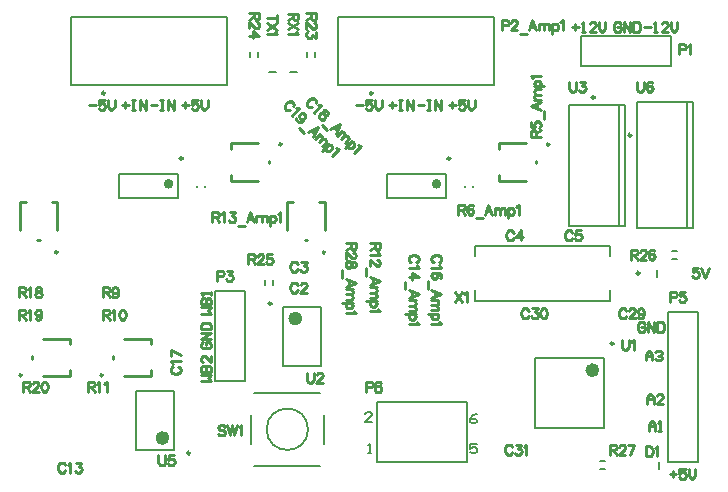
<source format=gto>
G04 Layer_Color=65535*
%FSLAX24Y24*%
%MOIN*%
G70*
G01*
G75*
%ADD29C,0.0100*%
%ADD57C,0.0098*%
%ADD58C,0.0236*%
%ADD59C,0.0050*%
%ADD60C,0.0157*%
%ADD61C,0.0079*%
%ADD62C,0.0080*%
D29*
X15936Y38806D02*
G03*
X15936Y38806I-39J0D01*
G01*
X23409Y42397D02*
G03*
X23409Y42397I-39J0D01*
G01*
X32333Y42397D02*
G03*
X32333Y42397I-39J0D01*
G01*
X14746Y34703D02*
G03*
X14746Y34703I-39J0D01*
G01*
X17446D02*
G03*
X17446Y34703I-39J0D01*
G01*
X24861Y38806D02*
G03*
X24861Y38806I-39J0D01*
G01*
X15739Y40460D02*
X15936D01*
Y39554D02*
Y40460D01*
X14676D02*
X14873D01*
X14676Y39554D02*
Y40460D01*
X15267Y39200D02*
X15346D01*
X21716Y42239D02*
Y42436D01*
X22621D01*
X21716Y41176D02*
Y41373D01*
Y41176D02*
X22621D01*
X22976Y41767D02*
Y41846D01*
X30640Y42239D02*
Y42436D01*
X31546D01*
X30640Y41176D02*
Y41373D01*
Y41176D02*
X31546D01*
X31900Y41767D02*
Y41846D01*
X16360Y34664D02*
Y34861D01*
X15454Y34664D02*
X16360D01*
Y35727D02*
Y35924D01*
X15454D02*
X16360D01*
X15100Y35254D02*
Y35333D01*
X19060Y34664D02*
Y34861D01*
X18154Y34664D02*
X19060D01*
Y35727D02*
Y35924D01*
X18154D02*
X19060D01*
X17800Y35254D02*
Y35333D01*
X24664Y40460D02*
X24861D01*
Y39554D02*
Y40460D01*
X23601D02*
X23798D01*
X23601Y39554D02*
Y40460D01*
X24191Y39200D02*
X24270D01*
X25885Y39100D02*
X25550D01*
X25885D02*
Y38957D01*
X25869Y38909D01*
X25853Y38893D01*
X25821Y38877D01*
X25789D01*
X25757Y38893D01*
X25741Y38909D01*
X25725Y38957D01*
Y39100D01*
Y38988D02*
X25550Y38877D01*
X25805Y38786D02*
X25821D01*
X25853Y38770D01*
X25869Y38754D01*
X25885Y38722D01*
Y38659D01*
X25869Y38627D01*
X25853Y38611D01*
X25821Y38595D01*
X25789D01*
X25757Y38611D01*
X25709Y38643D01*
X25550Y38802D01*
Y38579D01*
X25885Y38424D02*
X25869Y38472D01*
X25837Y38488D01*
X25805D01*
X25773Y38472D01*
X25757Y38440D01*
X25741Y38377D01*
X25725Y38329D01*
X25693Y38297D01*
X25662Y38281D01*
X25614D01*
X25582Y38297D01*
X25566Y38313D01*
X25550Y38361D01*
Y38424D01*
X25566Y38472D01*
X25582Y38488D01*
X25614Y38504D01*
X25662D01*
X25693Y38488D01*
X25725Y38456D01*
X25741Y38409D01*
X25757Y38345D01*
X25773Y38313D01*
X25805Y38297D01*
X25837D01*
X25869Y38313D01*
X25885Y38361D01*
Y38424D01*
X25438Y38206D02*
Y37951D01*
X25550Y37653D02*
X25885Y37781D01*
X25550Y37908D01*
X25662Y37860D02*
Y37701D01*
X25773Y37575D02*
X25550D01*
X25709D02*
X25757Y37527D01*
X25773Y37496D01*
Y37448D01*
X25757Y37416D01*
X25709Y37400D01*
X25550D01*
X25709D02*
X25757Y37352D01*
X25773Y37320D01*
Y37273D01*
X25757Y37241D01*
X25709Y37225D01*
X25550D01*
X25773Y37120D02*
X25438D01*
X25725D02*
X25757Y37088D01*
X25773Y37056D01*
Y37008D01*
X25757Y36976D01*
X25725Y36944D01*
X25677Y36928D01*
X25646D01*
X25598Y36944D01*
X25566Y36976D01*
X25550Y37008D01*
Y37056D01*
X25566Y37088D01*
X25598Y37120D01*
X25821Y36857D02*
X25837Y36825D01*
X25885Y36777D01*
X25550D01*
X34350Y32385D02*
Y32050D01*
Y32385D02*
X34493D01*
X34541Y32369D01*
X34557Y32353D01*
X34573Y32321D01*
Y32289D01*
X34557Y32257D01*
X34541Y32241D01*
X34493Y32225D01*
X34350D01*
X34462D02*
X34573Y32050D01*
X34664Y32305D02*
Y32321D01*
X34680Y32353D01*
X34696Y32369D01*
X34728Y32385D01*
X34791D01*
X34823Y32369D01*
X34839Y32353D01*
X34855Y32321D01*
Y32289D01*
X34839Y32257D01*
X34807Y32209D01*
X34648Y32050D01*
X34871D01*
X35169Y32385D02*
X35010Y32050D01*
X34946Y32385D02*
X35169D01*
X35050Y38885D02*
Y38550D01*
Y38885D02*
X35193D01*
X35241Y38869D01*
X35257Y38853D01*
X35273Y38821D01*
Y38789D01*
X35257Y38757D01*
X35241Y38741D01*
X35193Y38725D01*
X35050D01*
X35162D02*
X35273Y38550D01*
X35364Y38805D02*
Y38821D01*
X35380Y38853D01*
X35396Y38869D01*
X35428Y38885D01*
X35491D01*
X35523Y38869D01*
X35539Y38853D01*
X35555Y38821D01*
Y38789D01*
X35539Y38757D01*
X35507Y38709D01*
X35348Y38550D01*
X35571D01*
X35837Y38837D02*
X35821Y38869D01*
X35773Y38885D01*
X35741D01*
X35694Y38869D01*
X35662Y38821D01*
X35646Y38741D01*
Y38662D01*
X35662Y38598D01*
X35694Y38566D01*
X35741Y38550D01*
X35757D01*
X35805Y38566D01*
X35837Y38598D01*
X35853Y38646D01*
Y38662D01*
X35837Y38709D01*
X35805Y38741D01*
X35757Y38757D01*
X35741D01*
X35694Y38741D01*
X35662Y38709D01*
X35646Y38662D01*
X22300Y38735D02*
Y38400D01*
Y38735D02*
X22443D01*
X22491Y38719D01*
X22507Y38703D01*
X22523Y38671D01*
Y38639D01*
X22507Y38607D01*
X22491Y38591D01*
X22443Y38575D01*
X22300D01*
X22412D02*
X22523Y38400D01*
X22614Y38655D02*
Y38671D01*
X22630Y38703D01*
X22646Y38719D01*
X22678Y38735D01*
X22741D01*
X22773Y38719D01*
X22789Y38703D01*
X22805Y38671D01*
Y38639D01*
X22789Y38607D01*
X22757Y38559D01*
X22598Y38400D01*
X22821D01*
X23087Y38735D02*
X22928D01*
X22912Y38591D01*
X22928Y38607D01*
X22976Y38623D01*
X23023D01*
X23071Y38607D01*
X23103Y38575D01*
X23119Y38527D01*
Y38496D01*
X23103Y38448D01*
X23071Y38416D01*
X23023Y38400D01*
X22976D01*
X22928Y38416D01*
X22912Y38432D01*
X22896Y38464D01*
X21100Y40135D02*
Y39800D01*
Y40135D02*
X21243D01*
X21291Y40119D01*
X21307Y40103D01*
X21323Y40071D01*
Y40039D01*
X21307Y40007D01*
X21291Y39991D01*
X21243Y39975D01*
X21100D01*
X21212D02*
X21323Y39800D01*
X21398Y40071D02*
X21430Y40087D01*
X21478Y40135D01*
Y39800D01*
X21675Y40135D02*
X21850D01*
X21755Y40007D01*
X21803D01*
X21834Y39991D01*
X21850Y39975D01*
X21866Y39927D01*
Y39896D01*
X21850Y39848D01*
X21819Y39816D01*
X21771Y39800D01*
X21723D01*
X21675Y39816D01*
X21659Y39832D01*
X21643Y39864D01*
X21941Y39688D02*
X22196D01*
X22494Y39800D02*
X22367Y40135D01*
X22239Y39800D01*
X22287Y39912D02*
X22446D01*
X22572Y40023D02*
Y39800D01*
Y39959D02*
X22620Y40007D01*
X22652Y40023D01*
X22700D01*
X22731Y40007D01*
X22747Y39959D01*
Y39800D01*
Y39959D02*
X22795Y40007D01*
X22827Y40023D01*
X22875D01*
X22907Y40007D01*
X22923Y39959D01*
Y39800D01*
X23028Y40023D02*
Y39688D01*
Y39975D02*
X23060Y40007D01*
X23092Y40023D01*
X23139D01*
X23171Y40007D01*
X23203Y39975D01*
X23219Y39927D01*
Y39896D01*
X23203Y39848D01*
X23171Y39816D01*
X23139Y39800D01*
X23092D01*
X23060Y39816D01*
X23028Y39848D01*
X23291Y40071D02*
X23323Y40087D01*
X23370Y40135D01*
Y39800D01*
X26685Y39100D02*
X26350D01*
X26685D02*
Y38957D01*
X26669Y38909D01*
X26653Y38893D01*
X26621Y38877D01*
X26589D01*
X26557Y38893D01*
X26541Y38909D01*
X26525Y38957D01*
Y39100D01*
Y38988D02*
X26350Y38877D01*
X26621Y38802D02*
X26637Y38770D01*
X26685Y38722D01*
X26350D01*
X26605Y38541D02*
X26621D01*
X26653Y38525D01*
X26669Y38509D01*
X26685Y38477D01*
Y38413D01*
X26669Y38381D01*
X26653Y38366D01*
X26621Y38350D01*
X26589D01*
X26557Y38366D01*
X26509Y38397D01*
X26350Y38557D01*
Y38334D01*
X26238Y38259D02*
Y38004D01*
X26350Y37706D02*
X26685Y37833D01*
X26350Y37961D01*
X26462Y37913D02*
Y37754D01*
X26573Y37628D02*
X26350D01*
X26509D02*
X26557Y37580D01*
X26573Y37548D01*
Y37500D01*
X26557Y37469D01*
X26509Y37453D01*
X26350D01*
X26509D02*
X26557Y37405D01*
X26573Y37373D01*
Y37325D01*
X26557Y37293D01*
X26509Y37277D01*
X26350D01*
X26573Y37172D02*
X26238D01*
X26525D02*
X26557Y37140D01*
X26573Y37108D01*
Y37061D01*
X26557Y37029D01*
X26525Y36997D01*
X26477Y36981D01*
X26446D01*
X26398Y36997D01*
X26366Y37029D01*
X26350Y37061D01*
Y37108D01*
X26366Y37140D01*
X26398Y37172D01*
X26621Y36909D02*
X26637Y36877D01*
X26685Y36830D01*
X26350D01*
X29300Y40385D02*
Y40050D01*
Y40385D02*
X29443D01*
X29491Y40369D01*
X29507Y40353D01*
X29523Y40321D01*
Y40289D01*
X29507Y40257D01*
X29491Y40241D01*
X29443Y40225D01*
X29300D01*
X29412D02*
X29523Y40050D01*
X29789Y40337D02*
X29773Y40369D01*
X29725Y40385D01*
X29694D01*
X29646Y40369D01*
X29614Y40321D01*
X29598Y40241D01*
Y40162D01*
X29614Y40098D01*
X29646Y40066D01*
X29694Y40050D01*
X29709D01*
X29757Y40066D01*
X29789Y40098D01*
X29805Y40146D01*
Y40162D01*
X29789Y40209D01*
X29757Y40241D01*
X29709Y40257D01*
X29694D01*
X29646Y40241D01*
X29614Y40209D01*
X29598Y40162D01*
X29878Y39938D02*
X30133D01*
X30431Y40050D02*
X30304Y40385D01*
X30176Y40050D01*
X30224Y40162D02*
X30383D01*
X30509Y40273D02*
Y40050D01*
Y40209D02*
X30557Y40257D01*
X30589Y40273D01*
X30637D01*
X30669Y40257D01*
X30685Y40209D01*
Y40050D01*
Y40209D02*
X30732Y40257D01*
X30764Y40273D01*
X30812D01*
X30844Y40257D01*
X30860Y40209D01*
Y40050D01*
X30965Y40273D02*
Y39938D01*
Y40225D02*
X30997Y40257D01*
X31029Y40273D01*
X31076D01*
X31108Y40257D01*
X31140Y40225D01*
X31156Y40177D01*
Y40146D01*
X31140Y40098D01*
X31108Y40066D01*
X31076Y40050D01*
X31029D01*
X30997Y40066D01*
X30965Y40098D01*
X31228Y40321D02*
X31260Y40337D01*
X31307Y40385D01*
Y40050D01*
X31715Y42650D02*
X32050D01*
X31715D02*
Y42793D01*
X31731Y42841D01*
X31747Y42857D01*
X31779Y42873D01*
X31811D01*
X31843Y42857D01*
X31859Y42841D01*
X31875Y42793D01*
Y42650D01*
Y42762D02*
X32050Y42873D01*
X31715Y43139D02*
Y42980D01*
X31859Y42964D01*
X31843Y42980D01*
X31827Y43028D01*
Y43075D01*
X31843Y43123D01*
X31875Y43155D01*
X31923Y43171D01*
X31954D01*
X32002Y43155D01*
X32034Y43123D01*
X32050Y43075D01*
Y43028D01*
X32034Y42980D01*
X32018Y42964D01*
X31986Y42948D01*
X32162Y43246D02*
Y43501D01*
X32050Y43799D02*
X31715Y43671D01*
X32050Y43544D01*
X31938Y43592D02*
Y43751D01*
X31827Y43877D02*
X32050D01*
X31891D02*
X31843Y43925D01*
X31827Y43956D01*
Y44004D01*
X31843Y44036D01*
X31891Y44052D01*
X32050D01*
X31891D02*
X31843Y44100D01*
X31827Y44132D01*
Y44180D01*
X31843Y44211D01*
X31891Y44227D01*
X32050D01*
X31827Y44332D02*
X32162D01*
X31875D02*
X31843Y44364D01*
X31827Y44396D01*
Y44444D01*
X31843Y44476D01*
X31875Y44508D01*
X31923Y44524D01*
X31954D01*
X32002Y44508D01*
X32034Y44476D01*
X32050Y44444D01*
Y44396D01*
X32034Y44364D01*
X32002Y44332D01*
X31779Y44595D02*
X31763Y44627D01*
X31715Y44675D01*
X32050D01*
X26220Y34299D02*
X26363D01*
X26411Y34315D01*
X26427Y34331D01*
X26443Y34363D01*
Y34411D01*
X26427Y34443D01*
X26411Y34459D01*
X26363Y34475D01*
X26220D01*
Y34140D01*
X26709Y34427D02*
X26693Y34459D01*
X26645Y34475D01*
X26614D01*
X26566Y34459D01*
X26534Y34411D01*
X26518Y34331D01*
Y34252D01*
X26534Y34188D01*
X26566Y34156D01*
X26614Y34140D01*
X26629D01*
X26677Y34156D01*
X26709Y34188D01*
X26725Y34236D01*
Y34252D01*
X26709Y34299D01*
X26677Y34331D01*
X26629Y34347D01*
X26614D01*
X26566Y34331D01*
X26534Y34299D01*
X26518Y34252D01*
X36360Y37299D02*
X36503D01*
X36551Y37315D01*
X36567Y37331D01*
X36583Y37363D01*
Y37411D01*
X36567Y37443D01*
X36551Y37459D01*
X36503Y37475D01*
X36360D01*
Y37140D01*
X36849Y37475D02*
X36690D01*
X36674Y37331D01*
X36690Y37347D01*
X36738Y37363D01*
X36785D01*
X36833Y37347D01*
X36865Y37315D01*
X36881Y37267D01*
Y37236D01*
X36865Y37188D01*
X36833Y37156D01*
X36785Y37140D01*
X36738D01*
X36690Y37156D01*
X36674Y37172D01*
X36658Y37204D01*
X30750Y46359D02*
X30893D01*
X30941Y46375D01*
X30957Y46391D01*
X30973Y46423D01*
Y46471D01*
X30957Y46503D01*
X30941Y46519D01*
X30893Y46535D01*
X30750D01*
Y46200D01*
X31064Y46455D02*
Y46471D01*
X31080Y46503D01*
X31096Y46519D01*
X31128Y46535D01*
X31191D01*
X31223Y46519D01*
X31239Y46503D01*
X31255Y46471D01*
Y46439D01*
X31239Y46407D01*
X31207Y46359D01*
X31048Y46200D01*
X31271D01*
X31346Y46088D02*
X31601D01*
X31899Y46200D02*
X31771Y46535D01*
X31644Y46200D01*
X31692Y46312D02*
X31851D01*
X31977Y46423D02*
Y46200D01*
Y46359D02*
X32025Y46407D01*
X32056Y46423D01*
X32104D01*
X32136Y46407D01*
X32152Y46359D01*
Y46200D01*
Y46359D02*
X32200Y46407D01*
X32232Y46423D01*
X32280D01*
X32311Y46407D01*
X32327Y46359D01*
Y46200D01*
X32432Y46423D02*
Y46088D01*
Y46375D02*
X32464Y46407D01*
X32496Y46423D01*
X32544D01*
X32576Y46407D01*
X32608Y46375D01*
X32624Y46327D01*
Y46296D01*
X32608Y46248D01*
X32576Y46216D01*
X32544Y46200D01*
X32496D01*
X32464Y46216D01*
X32432Y46248D01*
X32695Y46471D02*
X32727Y46487D01*
X32775Y46535D01*
Y46200D01*
X35550Y32335D02*
Y32000D01*
Y32335D02*
X35662D01*
X35709Y32319D01*
X35741Y32287D01*
X35757Y32255D01*
X35773Y32207D01*
Y32127D01*
X35757Y32080D01*
X35741Y32048D01*
X35709Y32016D01*
X35662Y32000D01*
X35550D01*
X35848Y32271D02*
X35880Y32287D01*
X35928Y32335D01*
Y32000D01*
X31089Y32305D02*
X31073Y32337D01*
X31041Y32369D01*
X31009Y32385D01*
X30946D01*
X30914Y32369D01*
X30882Y32337D01*
X30866Y32305D01*
X30850Y32257D01*
Y32177D01*
X30866Y32130D01*
X30882Y32098D01*
X30914Y32066D01*
X30946Y32050D01*
X31009D01*
X31041Y32066D01*
X31073Y32098D01*
X31089Y32130D01*
X31215Y32385D02*
X31390D01*
X31295Y32257D01*
X31342D01*
X31374Y32241D01*
X31390Y32225D01*
X31406Y32177D01*
Y32146D01*
X31390Y32098D01*
X31358Y32066D01*
X31310Y32050D01*
X31263D01*
X31215Y32066D01*
X31199Y32082D01*
X31183Y32114D01*
X31481Y32321D02*
X31513Y32337D01*
X31561Y32385D01*
Y32050D01*
X31639Y36855D02*
X31623Y36887D01*
X31591Y36919D01*
X31559Y36935D01*
X31496D01*
X31464Y36919D01*
X31432Y36887D01*
X31416Y36855D01*
X31400Y36807D01*
Y36727D01*
X31416Y36680D01*
X31432Y36648D01*
X31464Y36616D01*
X31496Y36600D01*
X31559D01*
X31591Y36616D01*
X31623Y36648D01*
X31639Y36680D01*
X31765Y36935D02*
X31940D01*
X31845Y36807D01*
X31892D01*
X31924Y36791D01*
X31940Y36775D01*
X31956Y36727D01*
Y36696D01*
X31940Y36648D01*
X31908Y36616D01*
X31860Y36600D01*
X31813D01*
X31765Y36616D01*
X31749Y36632D01*
X31733Y36664D01*
X32127Y36935D02*
X32079Y36919D01*
X32047Y36871D01*
X32031Y36791D01*
Y36743D01*
X32047Y36664D01*
X32079Y36616D01*
X32127Y36600D01*
X32158D01*
X32206Y36616D01*
X32238Y36664D01*
X32254Y36743D01*
Y36791D01*
X32238Y36871D01*
X32206Y36919D01*
X32158Y36935D01*
X32127D01*
X34889Y36855D02*
X34873Y36887D01*
X34841Y36919D01*
X34809Y36935D01*
X34746D01*
X34714Y36919D01*
X34682Y36887D01*
X34666Y36855D01*
X34650Y36807D01*
Y36727D01*
X34666Y36680D01*
X34682Y36648D01*
X34714Y36616D01*
X34746Y36600D01*
X34809D01*
X34841Y36616D01*
X34873Y36648D01*
X34889Y36680D01*
X34999Y36855D02*
Y36871D01*
X35015Y36903D01*
X35031Y36919D01*
X35063Y36935D01*
X35126D01*
X35158Y36919D01*
X35174Y36903D01*
X35190Y36871D01*
Y36839D01*
X35174Y36807D01*
X35142Y36759D01*
X34983Y36600D01*
X35206D01*
X35488Y36823D02*
X35472Y36775D01*
X35440Y36743D01*
X35392Y36727D01*
X35377D01*
X35329Y36743D01*
X35297Y36775D01*
X35281Y36823D01*
Y36839D01*
X35297Y36887D01*
X35329Y36919D01*
X35377Y36935D01*
X35392D01*
X35440Y36919D01*
X35472Y36887D01*
X35488Y36823D01*
Y36743D01*
X35472Y36664D01*
X35440Y36616D01*
X35392Y36600D01*
X35361D01*
X35313Y36616D01*
X35297Y36648D01*
X37291Y38285D02*
X37132D01*
X37116Y38141D01*
X37132Y38157D01*
X37180Y38173D01*
X37227D01*
X37275Y38157D01*
X37307Y38125D01*
X37323Y38077D01*
Y38046D01*
X37307Y37998D01*
X37275Y37966D01*
X37227Y37950D01*
X37180D01*
X37132Y37966D01*
X37116Y37982D01*
X37100Y38014D01*
X37398Y38285D02*
X37525Y37950D01*
X37653Y38285D02*
X37525Y37950D01*
X29200Y37485D02*
X29423Y37150D01*
Y37485D02*
X29200Y37150D01*
X29498Y37421D02*
X29530Y37437D01*
X29578Y37485D01*
Y37150D01*
X35250Y44485D02*
Y44246D01*
X35266Y44198D01*
X35298Y44166D01*
X35346Y44150D01*
X35377D01*
X35425Y44166D01*
X35457Y44198D01*
X35473Y44246D01*
Y44485D01*
X35757Y44437D02*
X35741Y44469D01*
X35693Y44485D01*
X35661D01*
X35613Y44469D01*
X35581Y44421D01*
X35565Y44341D01*
Y44262D01*
X35581Y44198D01*
X35613Y44166D01*
X35661Y44150D01*
X35677D01*
X35725Y44166D01*
X35757Y44198D01*
X35773Y44246D01*
Y44262D01*
X35757Y44309D01*
X35725Y44341D01*
X35677Y44357D01*
X35661D01*
X35613Y44341D01*
X35581Y44309D01*
X35565Y44262D01*
X19300Y32035D02*
Y31796D01*
X19316Y31748D01*
X19348Y31716D01*
X19396Y31700D01*
X19427D01*
X19475Y31716D01*
X19507Y31748D01*
X19523Y31796D01*
Y32035D01*
X19807D02*
X19647D01*
X19631Y31891D01*
X19647Y31907D01*
X19695Y31923D01*
X19743D01*
X19791Y31907D01*
X19823Y31875D01*
X19839Y31827D01*
Y31796D01*
X19823Y31748D01*
X19791Y31716D01*
X19743Y31700D01*
X19695D01*
X19647Y31716D01*
X19631Y31732D01*
X19615Y31764D01*
X23265Y46598D02*
X22930D01*
X23265Y46710D02*
Y46487D01*
Y46447D02*
X22930Y46224D01*
X23265D02*
X22930Y46447D01*
X23201Y46149D02*
X23217Y46117D01*
X23265Y46070D01*
X22930D01*
X21523Y32987D02*
X21491Y33019D01*
X21443Y33035D01*
X21380D01*
X21332Y33019D01*
X21300Y32987D01*
Y32955D01*
X21316Y32923D01*
X21332Y32907D01*
X21364Y32891D01*
X21459Y32859D01*
X21491Y32843D01*
X21507Y32827D01*
X21523Y32796D01*
Y32748D01*
X21491Y32716D01*
X21443Y32700D01*
X21380D01*
X21332Y32716D01*
X21300Y32748D01*
X21598Y33035D02*
X21678Y32700D01*
X21757Y33035D02*
X21678Y32700D01*
X21757Y33035D02*
X21837Y32700D01*
X21917Y33035D02*
X21837Y32700D01*
X21983Y32971D02*
X22015Y32987D01*
X22063Y33035D01*
Y32700D01*
X23965Y46750D02*
X23630D01*
X23965D02*
Y46607D01*
X23949Y46559D01*
X23933Y46543D01*
X23901Y46527D01*
X23869D01*
X23837Y46543D01*
X23821Y46559D01*
X23805Y46607D01*
Y46750D01*
Y46638D02*
X23630Y46527D01*
X23965Y46452D02*
X23630Y46229D01*
X23965D02*
X23630Y46452D01*
X23901Y46154D02*
X23917Y46122D01*
X23965Y46074D01*
X23630D01*
X22665Y46780D02*
X22330D01*
X22665D02*
Y46637D01*
X22649Y46589D01*
X22633Y46573D01*
X22601Y46557D01*
X22569D01*
X22537Y46573D01*
X22521Y46589D01*
X22505Y46637D01*
Y46780D01*
Y46668D02*
X22330Y46557D01*
X22585Y46466D02*
X22601D01*
X22633Y46450D01*
X22649Y46434D01*
X22665Y46402D01*
Y46339D01*
X22649Y46307D01*
X22633Y46291D01*
X22601Y46275D01*
X22569D01*
X22537Y46291D01*
X22489Y46323D01*
X22330Y46482D01*
Y46259D01*
X22665Y46025D02*
X22442Y46184D01*
Y45945D01*
X22665Y46025D02*
X22330D01*
X24565Y46760D02*
X24230D01*
X24565D02*
Y46617D01*
X24549Y46569D01*
X24533Y46553D01*
X24501Y46537D01*
X24469D01*
X24437Y46553D01*
X24421Y46569D01*
X24405Y46617D01*
Y46760D01*
Y46648D02*
X24230Y46537D01*
X24485Y46446D02*
X24501D01*
X24533Y46430D01*
X24549Y46414D01*
X24565Y46382D01*
Y46319D01*
X24549Y46287D01*
X24533Y46271D01*
X24501Y46255D01*
X24469D01*
X24437Y46271D01*
X24389Y46303D01*
X24230Y46462D01*
Y46239D01*
X24565Y46132D02*
Y45957D01*
X24437Y46053D01*
Y46005D01*
X24421Y45973D01*
X24405Y45957D01*
X24357Y45941D01*
X24326D01*
X24278Y45957D01*
X24246Y45989D01*
X24230Y46037D01*
Y46084D01*
X24246Y46132D01*
X24262Y46148D01*
X24294Y46164D01*
X14800Y34485D02*
Y34150D01*
Y34485D02*
X14943D01*
X14991Y34469D01*
X15007Y34453D01*
X15023Y34421D01*
Y34389D01*
X15007Y34357D01*
X14991Y34341D01*
X14943Y34325D01*
X14800D01*
X14912D02*
X15023Y34150D01*
X15114Y34405D02*
Y34421D01*
X15130Y34453D01*
X15146Y34469D01*
X15178Y34485D01*
X15241D01*
X15273Y34469D01*
X15289Y34453D01*
X15305Y34421D01*
Y34389D01*
X15289Y34357D01*
X15257Y34309D01*
X15098Y34150D01*
X15321D01*
X15491Y34485D02*
X15444Y34469D01*
X15412Y34421D01*
X15396Y34341D01*
Y34293D01*
X15412Y34214D01*
X15444Y34166D01*
X15491Y34150D01*
X15523D01*
X15571Y34166D01*
X15603Y34214D01*
X15619Y34293D01*
Y34341D01*
X15603Y34421D01*
X15571Y34469D01*
X15523Y34485D01*
X15491D01*
X14650Y36885D02*
Y36550D01*
Y36885D02*
X14793D01*
X14841Y36869D01*
X14857Y36853D01*
X14873Y36821D01*
Y36789D01*
X14857Y36757D01*
X14841Y36741D01*
X14793Y36725D01*
X14650D01*
X14762D02*
X14873Y36550D01*
X14948Y36821D02*
X14980Y36837D01*
X15028Y36885D01*
Y36550D01*
X15400Y36773D02*
X15384Y36725D01*
X15353Y36693D01*
X15305Y36677D01*
X15289D01*
X15241Y36693D01*
X15209Y36725D01*
X15193Y36773D01*
Y36789D01*
X15209Y36837D01*
X15241Y36869D01*
X15289Y36885D01*
X15305D01*
X15353Y36869D01*
X15384Y36837D01*
X15400Y36773D01*
Y36693D01*
X15384Y36614D01*
X15353Y36566D01*
X15305Y36550D01*
X15273D01*
X15225Y36566D01*
X15209Y36598D01*
X19795Y34989D02*
X19763Y34973D01*
X19731Y34941D01*
X19715Y34909D01*
Y34846D01*
X19731Y34814D01*
X19763Y34782D01*
X19795Y34766D01*
X19843Y34750D01*
X19923D01*
X19970Y34766D01*
X20002Y34782D01*
X20034Y34814D01*
X20050Y34846D01*
Y34909D01*
X20034Y34941D01*
X20002Y34973D01*
X19970Y34989D01*
X19779Y35083D02*
X19763Y35115D01*
X19715Y35163D01*
X20050D01*
X19715Y35551D02*
X20050Y35392D01*
X19715Y35328D02*
Y35551D01*
X23939Y37705D02*
X23923Y37737D01*
X23891Y37769D01*
X23859Y37785D01*
X23796D01*
X23764Y37769D01*
X23732Y37737D01*
X23716Y37705D01*
X23700Y37657D01*
Y37577D01*
X23716Y37530D01*
X23732Y37498D01*
X23764Y37466D01*
X23796Y37450D01*
X23859D01*
X23891Y37466D01*
X23923Y37498D01*
X23939Y37530D01*
X24049Y37705D02*
Y37721D01*
X24065Y37753D01*
X24081Y37769D01*
X24113Y37785D01*
X24176D01*
X24208Y37769D01*
X24224Y37753D01*
X24240Y37721D01*
Y37689D01*
X24224Y37657D01*
X24192Y37609D01*
X24033Y37450D01*
X24256D01*
X23939Y38405D02*
X23923Y38437D01*
X23891Y38469D01*
X23859Y38485D01*
X23796D01*
X23764Y38469D01*
X23732Y38437D01*
X23716Y38405D01*
X23700Y38357D01*
Y38277D01*
X23716Y38230D01*
X23732Y38198D01*
X23764Y38166D01*
X23796Y38150D01*
X23859D01*
X23891Y38166D01*
X23923Y38198D01*
X23939Y38230D01*
X24065Y38485D02*
X24240D01*
X24145Y38357D01*
X24192D01*
X24224Y38341D01*
X24240Y38325D01*
X24256Y38277D01*
Y38246D01*
X24240Y38198D01*
X24208Y38166D01*
X24160Y38150D01*
X24113D01*
X24065Y38166D01*
X24049Y38182D01*
X24033Y38214D01*
X31139Y39455D02*
X31123Y39487D01*
X31091Y39519D01*
X31059Y39535D01*
X30996D01*
X30964Y39519D01*
X30932Y39487D01*
X30916Y39455D01*
X30900Y39407D01*
Y39327D01*
X30916Y39280D01*
X30932Y39248D01*
X30964Y39216D01*
X30996Y39200D01*
X31059D01*
X31091Y39216D01*
X31123Y39248D01*
X31139Y39280D01*
X31392Y39535D02*
X31233Y39312D01*
X31472D01*
X31392Y39535D02*
Y39200D01*
X33089Y39455D02*
X33073Y39487D01*
X33041Y39519D01*
X33009Y39535D01*
X32946D01*
X32914Y39519D01*
X32882Y39487D01*
X32866Y39455D01*
X32850Y39407D01*
Y39327D01*
X32866Y39280D01*
X32882Y39248D01*
X32914Y39216D01*
X32946Y39200D01*
X33009D01*
X33041Y39216D01*
X33073Y39248D01*
X33089Y39280D01*
X33374Y39535D02*
X33215D01*
X33199Y39391D01*
X33215Y39407D01*
X33263Y39423D01*
X33310D01*
X33358Y39407D01*
X33390Y39375D01*
X33406Y39327D01*
Y39296D01*
X33390Y39248D01*
X33358Y39216D01*
X33310Y39200D01*
X33263D01*
X33215Y39216D01*
X33199Y39232D01*
X33183Y39264D01*
X16189Y31705D02*
X16173Y31737D01*
X16141Y31769D01*
X16109Y31785D01*
X16046D01*
X16014Y31769D01*
X15982Y31737D01*
X15966Y31705D01*
X15950Y31657D01*
Y31577D01*
X15966Y31530D01*
X15982Y31498D01*
X16014Y31466D01*
X16046Y31450D01*
X16109D01*
X16141Y31466D01*
X16173Y31498D01*
X16189Y31530D01*
X16283Y31721D02*
X16315Y31737D01*
X16363Y31785D01*
Y31450D01*
X16560Y31785D02*
X16735D01*
X16640Y31657D01*
X16688D01*
X16720Y31641D01*
X16735Y31625D01*
X16751Y31577D01*
Y31546D01*
X16735Y31498D01*
X16704Y31466D01*
X16656Y31450D01*
X16608D01*
X16560Y31466D01*
X16544Y31482D01*
X16528Y31514D01*
X36650Y45559D02*
X36793D01*
X36841Y45575D01*
X36857Y45591D01*
X36873Y45623D01*
Y45671D01*
X36857Y45703D01*
X36841Y45719D01*
X36793Y45735D01*
X36650D01*
Y45400D01*
X36948Y45671D02*
X36980Y45687D01*
X37028Y45735D01*
Y45400D01*
X21260Y37999D02*
X21403D01*
X21451Y38015D01*
X21467Y38031D01*
X21483Y38063D01*
Y38111D01*
X21467Y38143D01*
X21451Y38159D01*
X21403Y38175D01*
X21260D01*
Y37840D01*
X21590Y38175D02*
X21765D01*
X21669Y38047D01*
X21717D01*
X21749Y38031D01*
X21765Y38015D01*
X21781Y37967D01*
Y37936D01*
X21765Y37888D01*
X21733Y37856D01*
X21685Y37840D01*
X21638D01*
X21590Y37856D01*
X21574Y37872D01*
X21558Y37904D01*
X17450Y37635D02*
Y37300D01*
Y37635D02*
X17593D01*
X17641Y37619D01*
X17657Y37603D01*
X17673Y37571D01*
Y37539D01*
X17657Y37507D01*
X17641Y37491D01*
X17593Y37475D01*
X17450D01*
X17562D02*
X17673Y37300D01*
X17955Y37523D02*
X17939Y37475D01*
X17907Y37443D01*
X17859Y37427D01*
X17844D01*
X17796Y37443D01*
X17764Y37475D01*
X17748Y37523D01*
Y37539D01*
X17764Y37587D01*
X17796Y37619D01*
X17844Y37635D01*
X17859D01*
X17907Y37619D01*
X17939Y37587D01*
X17955Y37523D01*
Y37443D01*
X17939Y37364D01*
X17907Y37316D01*
X17859Y37300D01*
X17828D01*
X17780Y37316D01*
X17764Y37348D01*
X17450Y36885D02*
Y36550D01*
Y36885D02*
X17593D01*
X17641Y36869D01*
X17657Y36853D01*
X17673Y36821D01*
Y36789D01*
X17657Y36757D01*
X17641Y36741D01*
X17593Y36725D01*
X17450D01*
X17562D02*
X17673Y36550D01*
X17748Y36821D02*
X17780Y36837D01*
X17828Y36885D01*
Y36550D01*
X18089Y36885D02*
X18041Y36869D01*
X18009Y36821D01*
X17993Y36741D01*
Y36693D01*
X18009Y36614D01*
X18041Y36566D01*
X18089Y36550D01*
X18121D01*
X18169Y36566D01*
X18200Y36614D01*
X18216Y36693D01*
Y36741D01*
X18200Y36821D01*
X18169Y36869D01*
X18121Y36885D01*
X18089D01*
X34750Y35885D02*
Y35646D01*
X34766Y35598D01*
X34798Y35566D01*
X34846Y35550D01*
X34877D01*
X34925Y35566D01*
X34957Y35598D01*
X34973Y35646D01*
Y35885D01*
X35065Y35821D02*
X35097Y35837D01*
X35145Y35885D01*
Y35550D01*
X24250Y34785D02*
Y34546D01*
X24266Y34498D01*
X24298Y34466D01*
X24346Y34450D01*
X24377D01*
X24425Y34466D01*
X24457Y34498D01*
X24473Y34546D01*
Y34785D01*
X24581Y34705D02*
Y34721D01*
X24597Y34753D01*
X24613Y34769D01*
X24645Y34785D01*
X24709D01*
X24741Y34769D01*
X24757Y34753D01*
X24773Y34721D01*
Y34689D01*
X24757Y34657D01*
X24725Y34609D01*
X24565Y34450D01*
X24789D01*
X33000Y44485D02*
Y44246D01*
X33016Y44198D01*
X33048Y44166D01*
X33096Y44150D01*
X33127D01*
X33175Y44166D01*
X33207Y44198D01*
X33223Y44246D01*
Y44485D01*
X33347D02*
X33523D01*
X33427Y44357D01*
X33475D01*
X33507Y44341D01*
X33523Y44325D01*
X33539Y44277D01*
Y44246D01*
X33523Y44198D01*
X33491Y44166D01*
X33443Y44150D01*
X33395D01*
X33347Y44166D01*
X33331Y44182D01*
X33315Y44214D01*
X16950Y34485D02*
Y34150D01*
Y34485D02*
X17093D01*
X17141Y34469D01*
X17157Y34453D01*
X17173Y34421D01*
Y34389D01*
X17157Y34357D01*
X17141Y34341D01*
X17093Y34325D01*
X16950D01*
X17062D02*
X17173Y34150D01*
X17248Y34421D02*
X17280Y34437D01*
X17328Y34485D01*
Y34150D01*
X17493Y34421D02*
X17525Y34437D01*
X17573Y34485D01*
Y34150D01*
X14650Y37635D02*
Y37300D01*
Y37635D02*
X14793D01*
X14841Y37619D01*
X14857Y37603D01*
X14873Y37571D01*
Y37539D01*
X14857Y37507D01*
X14841Y37491D01*
X14793Y37475D01*
X14650D01*
X14762D02*
X14873Y37300D01*
X14948Y37571D02*
X14980Y37587D01*
X15028Y37635D01*
Y37300D01*
X15273Y37635D02*
X15225Y37619D01*
X15209Y37587D01*
Y37555D01*
X15225Y37523D01*
X15257Y37507D01*
X15321Y37491D01*
X15369Y37475D01*
X15400Y37443D01*
X15416Y37412D01*
Y37364D01*
X15400Y37332D01*
X15384Y37316D01*
X15337Y37300D01*
X15273D01*
X15225Y37316D01*
X15209Y37332D01*
X15193Y37364D01*
Y37412D01*
X15209Y37443D01*
X15241Y37475D01*
X15289Y37491D01*
X15353Y37507D01*
X15384Y37523D01*
X15400Y37555D01*
Y37587D01*
X15384Y37619D01*
X15337Y37635D01*
X15273D01*
X23799Y43661D02*
X23811Y43695D01*
X23811Y43740D01*
X23799Y43774D01*
X23754Y43819D01*
X23720Y43830D01*
X23675Y43830D01*
X23642Y43819D01*
X23596Y43796D01*
X23540Y43740D01*
X23518Y43695D01*
X23506Y43661D01*
X23506Y43616D01*
X23518Y43582D01*
X23563Y43537D01*
X23596Y43526D01*
X23642Y43526D01*
X23675Y43537D01*
X23877Y43606D02*
X23911Y43595D01*
X23978Y43595D01*
X23742Y43358D01*
X24163Y43252D02*
X24118Y43230D01*
X24073Y43230D01*
X24028Y43252D01*
X24017Y43264D01*
X23994Y43309D01*
X23994Y43354D01*
X24017Y43399D01*
X24028Y43410D01*
X24073Y43433D01*
X24118D01*
X24163Y43410D01*
X24174Y43399D01*
X24197Y43354D01*
Y43309D01*
X24163Y43252D01*
X24107Y43196D01*
X24039Y43151D01*
X23983Y43140D01*
X23938Y43162D01*
X23915Y43185D01*
X23893Y43230D01*
X23904Y43264D01*
X23991Y42952D02*
X24171Y42771D01*
X24461Y42639D02*
X24607Y42966D01*
X24280Y42820D01*
X24393Y42865D02*
X24506Y42752D01*
X24673Y42742D02*
X24516Y42584D01*
X24628Y42697D02*
X24696D01*
X24730Y42686D01*
X24764Y42652D01*
X24775Y42618D01*
X24752Y42573D01*
X24640Y42460D01*
X24752Y42573D02*
X24820D01*
X24854Y42562D01*
X24888Y42528D01*
X24899Y42494D01*
X24876Y42449D01*
X24764Y42336D01*
X24996Y42420D02*
X24759Y42183D01*
X24962Y42386D02*
X25007D01*
X25041Y42375D01*
X25075Y42341D01*
X25086Y42307D01*
X25086Y42262D01*
X25063Y42217D01*
X25041Y42194D01*
X24996Y42172D01*
X24951Y42172D01*
X24917Y42183D01*
X24883Y42217D01*
X24872Y42251D01*
Y42296D01*
X25215Y42268D02*
X25249Y42256D01*
X25317D01*
X25080Y42020D01*
X24549Y43761D02*
X24561Y43795D01*
X24561Y43840D01*
X24549Y43874D01*
X24504Y43919D01*
X24470Y43930D01*
X24425Y43930D01*
X24392Y43919D01*
X24346Y43896D01*
X24290Y43840D01*
X24268Y43795D01*
X24256Y43761D01*
X24256Y43716D01*
X24268Y43682D01*
X24313Y43637D01*
X24346Y43626D01*
X24392Y43626D01*
X24425Y43637D01*
X24627Y43706D02*
X24661Y43695D01*
X24728Y43695D01*
X24492Y43458D01*
X24902Y43521D02*
X24857Y43544D01*
X24823Y43533D01*
X24800Y43510D01*
X24789Y43476D01*
X24800Y43442D01*
X24834Y43386D01*
X24857Y43341D01*
Y43296D01*
X24846Y43262D01*
X24812Y43228D01*
X24778Y43217D01*
X24755D01*
X24710Y43240D01*
X24665Y43285D01*
X24643Y43330D01*
Y43352D01*
X24654Y43386D01*
X24688Y43420D01*
X24722Y43431D01*
X24767Y43431D01*
X24812Y43409D01*
X24868Y43375D01*
X24902Y43364D01*
X24936Y43375D01*
X24958Y43397D01*
X24969Y43431D01*
X24947Y43476D01*
X24902Y43521D01*
X24741Y43052D02*
X24921Y42871D01*
X25211Y42739D02*
X25357Y43066D01*
X25030Y42920D01*
X25143Y42965D02*
X25256Y42852D01*
X25423Y42842D02*
X25266Y42684D01*
X25378Y42797D02*
X25446D01*
X25480Y42786D01*
X25514Y42752D01*
X25525Y42718D01*
X25502Y42673D01*
X25390Y42560D01*
X25502Y42673D02*
X25570D01*
X25604Y42662D01*
X25638Y42628D01*
X25649Y42594D01*
X25626Y42549D01*
X25514Y42436D01*
X25746Y42520D02*
X25509Y42283D01*
X25712Y42486D02*
X25757D01*
X25791Y42475D01*
X25825Y42441D01*
X25836Y42407D01*
X25836Y42362D01*
X25813Y42317D01*
X25791Y42294D01*
X25746Y42272D01*
X25701Y42272D01*
X25667Y42283D01*
X25633Y42317D01*
X25622Y42351D01*
Y42396D01*
X25965Y42368D02*
X25999Y42356D01*
X26067D01*
X25830Y42120D01*
X28655Y38461D02*
X28687Y38477D01*
X28719Y38509D01*
X28735Y38541D01*
Y38604D01*
X28719Y38636D01*
X28687Y38668D01*
X28655Y38684D01*
X28607Y38700D01*
X28527D01*
X28480Y38684D01*
X28448Y38668D01*
X28416Y38636D01*
X28400Y38604D01*
Y38541D01*
X28416Y38509D01*
X28448Y38477D01*
X28480Y38461D01*
X28671Y38367D02*
X28687Y38335D01*
X28735Y38287D01*
X28400D01*
X28687Y37930D02*
X28719Y37946D01*
X28735Y37994D01*
Y38026D01*
X28719Y38074D01*
X28671Y38106D01*
X28591Y38122D01*
X28512D01*
X28448Y38106D01*
X28416Y38074D01*
X28400Y38026D01*
Y38010D01*
X28416Y37962D01*
X28448Y37930D01*
X28496Y37915D01*
X28512D01*
X28559Y37930D01*
X28591Y37962D01*
X28607Y38010D01*
Y38026D01*
X28591Y38074D01*
X28559Y38106D01*
X28512Y38122D01*
X28288Y37841D02*
Y37586D01*
X28400Y37288D02*
X28735Y37416D01*
X28400Y37543D01*
X28512Y37496D02*
Y37336D01*
X28623Y37210D02*
X28400D01*
X28559D02*
X28607Y37163D01*
X28623Y37131D01*
Y37083D01*
X28607Y37051D01*
X28559Y37035D01*
X28400D01*
X28559D02*
X28607Y36987D01*
X28623Y36955D01*
Y36908D01*
X28607Y36876D01*
X28559Y36860D01*
X28400D01*
X28623Y36755D02*
X28288D01*
X28575D02*
X28607Y36723D01*
X28623Y36691D01*
Y36643D01*
X28607Y36611D01*
X28575Y36579D01*
X28527Y36563D01*
X28496D01*
X28448Y36579D01*
X28416Y36611D01*
X28400Y36643D01*
Y36691D01*
X28416Y36723D01*
X28448Y36755D01*
X28671Y36492D02*
X28687Y36460D01*
X28735Y36412D01*
X28400D01*
X27905Y38461D02*
X27937Y38477D01*
X27969Y38509D01*
X27985Y38541D01*
Y38604D01*
X27969Y38636D01*
X27937Y38668D01*
X27905Y38684D01*
X27857Y38700D01*
X27777D01*
X27730Y38684D01*
X27698Y38668D01*
X27666Y38636D01*
X27650Y38604D01*
Y38541D01*
X27666Y38509D01*
X27698Y38477D01*
X27730Y38461D01*
X27921Y38367D02*
X27937Y38335D01*
X27985Y38287D01*
X27650D01*
X27985Y37962D02*
X27762Y38122D01*
Y37883D01*
X27985Y37962D02*
X27650D01*
X27538Y37824D02*
Y37569D01*
X27650Y37271D02*
X27985Y37398D01*
X27650Y37526D01*
X27762Y37478D02*
Y37319D01*
X27873Y37193D02*
X27650D01*
X27809D02*
X27857Y37145D01*
X27873Y37113D01*
Y37065D01*
X27857Y37033D01*
X27809Y37018D01*
X27650D01*
X27809D02*
X27857Y36970D01*
X27873Y36938D01*
Y36890D01*
X27857Y36858D01*
X27809Y36842D01*
X27650D01*
X27873Y36737D02*
X27538D01*
X27825D02*
X27857Y36705D01*
X27873Y36673D01*
Y36626D01*
X27857Y36594D01*
X27825Y36562D01*
X27777Y36546D01*
X27746D01*
X27698Y36562D01*
X27666Y36594D01*
X27650Y36626D01*
Y36673D01*
X27666Y36705D01*
X27698Y36737D01*
X27921Y36474D02*
X27937Y36442D01*
X27985Y36395D01*
X27650D01*
X35510Y36412D02*
X35457Y36465D01*
X35352D01*
X35300Y36412D01*
Y36202D01*
X35352Y36150D01*
X35457D01*
X35510Y36202D01*
Y36307D01*
X35405D01*
X35615Y36150D02*
Y36465D01*
X35825Y36150D01*
Y36465D01*
X35930D02*
Y36150D01*
X36087D01*
X36140Y36202D01*
Y36412D01*
X36087Y36465D01*
X35930D01*
X35550Y35200D02*
Y35410D01*
X35655Y35515D01*
X35760Y35410D01*
Y35200D01*
Y35357D01*
X35550D01*
X35865Y35462D02*
X35917Y35515D01*
X36022D01*
X36075Y35462D01*
Y35410D01*
X36022Y35357D01*
X35970D01*
X36022D01*
X36075Y35305D01*
Y35252D01*
X36022Y35200D01*
X35917D01*
X35865Y35252D01*
X35600Y33750D02*
Y33960D01*
X35705Y34065D01*
X35810Y33960D01*
Y33750D01*
Y33907D01*
X35600D01*
X36125Y33750D02*
X35915D01*
X36125Y33960D01*
Y34012D01*
X36072Y34065D01*
X35967D01*
X35915Y34012D01*
X35650Y32850D02*
Y33060D01*
X35755Y33165D01*
X35860Y33060D01*
Y32850D01*
Y33007D01*
X35650D01*
X35965Y32850D02*
X36070D01*
X36017D01*
Y33165D01*
X35965Y33112D01*
X36350Y31407D02*
X36560D01*
X36455Y31512D02*
Y31302D01*
X36875Y31565D02*
X36665D01*
Y31407D01*
X36770Y31460D01*
X36822D01*
X36875Y31407D01*
Y31302D01*
X36822Y31250D01*
X36717D01*
X36665Y31302D01*
X36980Y31565D02*
Y31355D01*
X37085Y31250D01*
X37190Y31355D01*
Y31565D01*
X35500Y46307D02*
X35710D01*
X35815Y46150D02*
X35920D01*
X35867D01*
Y46465D01*
X35815Y46412D01*
X36287Y46150D02*
X36077D01*
X36287Y46360D01*
Y46412D01*
X36235Y46465D01*
X36130D01*
X36077Y46412D01*
X36392Y46465D02*
Y46255D01*
X36497Y46150D01*
X36602Y46255D01*
Y46465D01*
X33100Y46307D02*
X33310D01*
X33205Y46412D02*
Y46202D01*
X33415Y46150D02*
X33520D01*
X33467D01*
Y46465D01*
X33415Y46412D01*
X33887Y46150D02*
X33677D01*
X33887Y46360D01*
Y46412D01*
X33835Y46465D01*
X33730D01*
X33677Y46412D01*
X33992Y46465D02*
Y46255D01*
X34097Y46150D01*
X34202Y46255D01*
Y46465D01*
X34710Y46412D02*
X34657Y46465D01*
X34552D01*
X34500Y46412D01*
Y46202D01*
X34552Y46150D01*
X34657D01*
X34710Y46202D01*
Y46307D01*
X34605D01*
X34815Y46150D02*
Y46465D01*
X35025Y46150D01*
Y46465D01*
X35130D02*
Y46150D01*
X35287D01*
X35340Y46202D01*
Y46412D01*
X35287Y46465D01*
X35130D01*
X20735Y36750D02*
X21050D01*
X20945Y36855D01*
X21050Y36960D01*
X20735D01*
Y37065D02*
X21050D01*
Y37222D01*
X20998Y37275D01*
X20945D01*
X20893Y37222D01*
Y37065D01*
Y37222D01*
X20840Y37275D01*
X20788D01*
X20735Y37222D01*
Y37065D01*
X21050Y37380D02*
Y37485D01*
Y37432D01*
X20735D01*
X20788Y37380D01*
X20735Y34500D02*
X21050D01*
X20945Y34605D01*
X21050Y34710D01*
X20735D01*
Y34815D02*
X21050D01*
Y34972D01*
X20998Y35025D01*
X20945D01*
X20893Y34972D01*
Y34815D01*
Y34972D01*
X20840Y35025D01*
X20788D01*
X20735Y34972D01*
Y34815D01*
X21050Y35340D02*
Y35130D01*
X20840Y35340D01*
X20788D01*
X20735Y35287D01*
Y35182D01*
X20788Y35130D01*
Y35810D02*
X20735Y35757D01*
Y35652D01*
X20788Y35600D01*
X20998D01*
X21050Y35652D01*
Y35757D01*
X20998Y35810D01*
X20893D01*
Y35705D01*
X21050Y35915D02*
X20735D01*
X21050Y36125D01*
X20735D01*
Y36230D02*
X21050D01*
Y36387D01*
X20998Y36440D01*
X20788D01*
X20735Y36387D01*
Y36230D01*
X17000Y43707D02*
X17210D01*
X17525Y43865D02*
X17315D01*
Y43707D01*
X17420Y43760D01*
X17472D01*
X17525Y43707D01*
Y43602D01*
X17472Y43550D01*
X17367D01*
X17315Y43602D01*
X17630Y43865D02*
Y43655D01*
X17735Y43550D01*
X17840Y43655D01*
Y43865D01*
X20100Y43707D02*
X20310D01*
X20205Y43812D02*
Y43602D01*
X20625Y43865D02*
X20415D01*
Y43707D01*
X20520Y43760D01*
X20572D01*
X20625Y43707D01*
Y43602D01*
X20572Y43550D01*
X20467D01*
X20415Y43602D01*
X20730Y43865D02*
Y43655D01*
X20835Y43550D01*
X20940Y43655D01*
Y43865D01*
X18100Y43707D02*
X18310D01*
X18205Y43812D02*
Y43602D01*
X18415Y43865D02*
X18520D01*
X18467D01*
Y43550D01*
X18415D01*
X18520D01*
X18677D02*
Y43865D01*
X18887Y43550D01*
Y43865D01*
X19050Y43707D02*
X19260D01*
X19365Y43865D02*
X19470D01*
X19417D01*
Y43550D01*
X19365D01*
X19470D01*
X19627D02*
Y43865D01*
X19837Y43550D01*
Y43865D01*
X27950Y43707D02*
X28160D01*
X28265Y43865D02*
X28370D01*
X28317D01*
Y43550D01*
X28265D01*
X28370D01*
X28527D02*
Y43865D01*
X28737Y43550D01*
Y43865D01*
X27000Y43707D02*
X27210D01*
X27105Y43812D02*
Y43602D01*
X27315Y43865D02*
X27420D01*
X27367D01*
Y43550D01*
X27315D01*
X27420D01*
X27577D02*
Y43865D01*
X27787Y43550D01*
Y43865D01*
X29000Y43707D02*
X29210D01*
X29105Y43812D02*
Y43602D01*
X29525Y43865D02*
X29315D01*
Y43707D01*
X29420Y43760D01*
X29472D01*
X29525Y43707D01*
Y43602D01*
X29472Y43550D01*
X29367D01*
X29315Y43602D01*
X29630Y43865D02*
Y43655D01*
X29735Y43550D01*
X29840Y43655D01*
Y43865D01*
X25900Y43707D02*
X26110D01*
X26425Y43865D02*
X26215D01*
Y43707D01*
X26320Y43760D01*
X26372D01*
X26425Y43707D01*
Y43602D01*
X26372Y43550D01*
X26267D01*
X26215Y43602D01*
X26530Y43865D02*
Y43655D01*
X26635Y43550D01*
X26740Y43655D01*
Y43865D01*
D57*
X17525Y44103D02*
G03*
X17525Y44103I-49J0D01*
G01*
X26449Y44103D02*
G03*
X26449Y44103I-49J0D01*
G01*
X35338Y38100D02*
G03*
X35338Y38100I-49J0D01*
G01*
X20361Y32106D02*
G03*
X20361Y32106I-49J0D01*
G01*
X34476Y35754D02*
G03*
X34476Y35754I-49J0D01*
G01*
X23076Y37085D02*
G03*
X23076Y37085I-49J0D01*
G01*
X20109Y41925D02*
G03*
X20109Y41925I-49J0D01*
G01*
X29034Y41925D02*
G03*
X29034Y41925I-49J0D01*
G01*
X33849Y43964D02*
G03*
X33849Y43964I-49J0D01*
G01*
X35065Y42700D02*
G03*
X35065Y42700I-49J0D01*
G01*
D58*
X19554Y32609D02*
G03*
X19554Y32609I-118J0D01*
G01*
X33886Y34868D02*
G03*
X33886Y34868I-118J0D01*
G01*
X23982Y36591D02*
G03*
X23982Y36591I-118J0D01*
G01*
D59*
X24289Y32900D02*
G03*
X24289Y32900I-689J0D01*
G01*
X24820Y32412D02*
Y33388D01*
X22502Y34120D02*
X24698D01*
X22502Y31680D02*
X24698D01*
X22380Y32412D02*
Y33388D01*
D60*
X19724Y41079D02*
G03*
X19724Y41079I-79J0D01*
G01*
X28648Y41079D02*
G03*
X28648Y41079I-79J0D01*
G01*
D61*
X22862Y37721D02*
Y37879D01*
X23138Y37721D02*
Y37879D01*
X20863Y40980D02*
Y41020D01*
X20588Y40980D02*
Y41020D01*
X16376Y46629D02*
X21576D01*
X16376Y44359D02*
Y46629D01*
X21576Y44359D02*
Y46629D01*
X16376Y44359D02*
X21576D01*
X25300Y46629D02*
X30500D01*
X25300Y44359D02*
Y46629D01*
X30500Y44359D02*
Y46629D01*
X25300Y44359D02*
X30500D01*
X34344Y37175D02*
Y37529D01*
X29856Y37175D02*
Y37529D01*
Y37175D02*
X34344D01*
X29856Y38671D02*
Y39025D01*
X34344Y38671D02*
Y39025D01*
X29856D02*
X34344D01*
X18570Y34184D02*
X19830D01*
X18570Y32216D02*
X19830D01*
X18570D02*
Y34184D01*
X19830Y32216D02*
Y34184D01*
X22982Y44809D02*
X23218D01*
X23682Y44809D02*
X23918D01*
X24262Y45321D02*
Y45479D01*
X24538Y45321D02*
Y45479D01*
X36400Y45000D02*
Y46000D01*
X33400Y45000D02*
X36400D01*
X33400D02*
Y46000D01*
X36400D01*
X31839Y35261D02*
X34161D01*
X31839Y32939D02*
X34161D01*
Y35261D01*
X31839Y32939D02*
Y35261D01*
X23470Y35016D02*
Y36984D01*
X24730Y35016D02*
Y36984D01*
X23470D02*
X24730D01*
X23470Y35016D02*
X24730D01*
X17991Y41394D02*
X19960D01*
X17991Y40606D02*
X19960D01*
Y41394D01*
X17991Y40606D02*
Y41394D01*
X26916Y41394D02*
X28884D01*
X26916Y40606D02*
X28884D01*
Y41394D01*
X26916Y40606D02*
Y41394D01*
X35991Y31582D02*
Y31818D01*
X34021Y31562D02*
X34179D01*
X34021Y31838D02*
X34179D01*
X35909Y37982D02*
Y38218D01*
X36421Y38562D02*
X36579D01*
X36421Y38838D02*
X36579D01*
X29788Y40980D02*
Y41020D01*
X29512Y40980D02*
Y41020D01*
X22362Y45321D02*
Y45479D01*
X22638Y45321D02*
Y45479D01*
X36300Y36800D02*
X37300D01*
Y31800D02*
Y36800D01*
X36300Y31800D02*
Y36800D01*
Y31800D02*
X37300D01*
X21200Y34500D02*
X22200D01*
X21200D02*
Y37500D01*
X22200D01*
Y34500D02*
Y37500D01*
X32997Y43708D02*
X34847D01*
X32997Y39692D02*
X34847D01*
X32997D02*
Y43708D01*
X34847Y39692D02*
Y43708D01*
X34650Y39692D02*
Y43708D01*
X36925Y39594D02*
Y43806D01*
X37122Y39594D02*
Y43806D01*
X35272Y39594D02*
Y43806D01*
X37122D01*
X35272Y39594D02*
X37122D01*
X29600Y31800D02*
Y33800D01*
X26600Y31800D02*
Y33800D01*
X29600D01*
X26600Y31800D02*
X29600D01*
X27683D02*
X29600D01*
D62*
X29910Y33415D02*
X29805Y33362D01*
X29700Y33257D01*
Y33152D01*
X29752Y33100D01*
X29857D01*
X29910Y33152D01*
Y33205D01*
X29857Y33257D01*
X29700D01*
X29910Y32415D02*
X29700D01*
Y32257D01*
X29805Y32310D01*
X29857D01*
X29910Y32257D01*
Y32152D01*
X29857Y32100D01*
X29752D01*
X29700Y32152D01*
X26410Y33150D02*
X26200D01*
X26410Y33360D01*
Y33412D01*
X26357Y33465D01*
X26252D01*
X26200Y33412D01*
X26300Y32100D02*
X26405D01*
X26352D01*
Y32415D01*
X26300Y32362D01*
M02*

</source>
